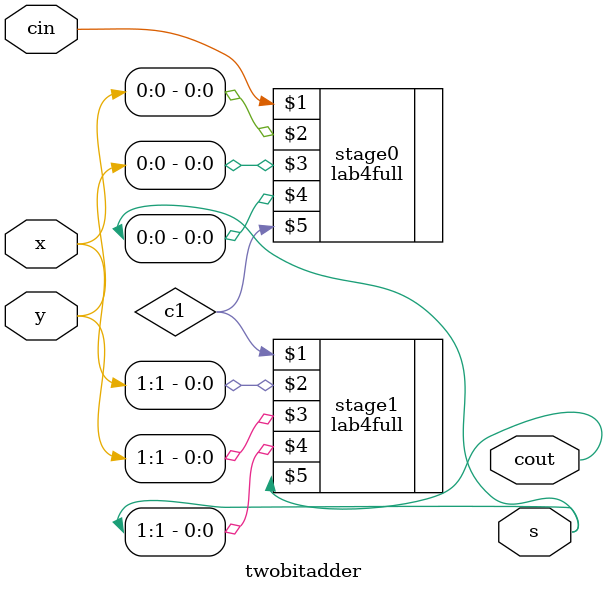
<source format=v>
module twobitadder(cin,x,y,s,cout);
input [1:0] x,y;
input cin;
output cout;
output [1:0] s;

wire c1;
lab4full stage0(cin,x[0],y[0],s[0],c1);
lab4full stage1(c1,x[1],y[1],s[1],cout);

endmodule

</source>
